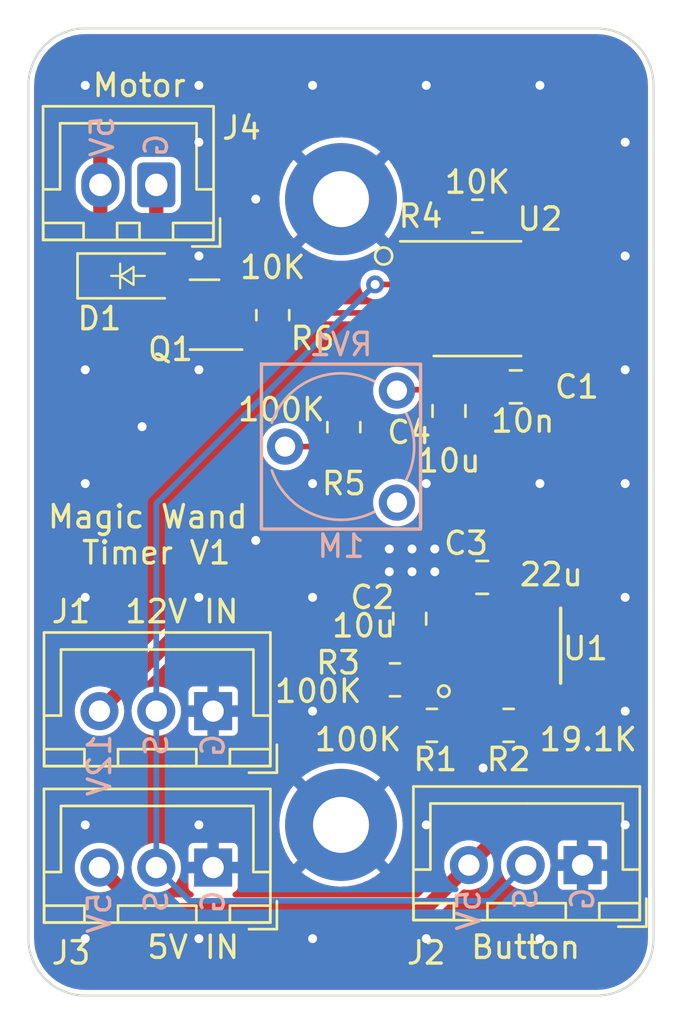
<source format=kicad_pcb>
(kicad_pcb (version 20211014) (generator pcbnew)
  (layers (0 "F.Cu" signal) (31 "B.Cu" signal) (34 "B.Paste" user) (35 "F.Paste" user) (36 "B.SilkS" user "B.Silkscreen") (37 "F.SilkS" user "F.Silkscreen") (38 "B.Mask" user) (39 "F.Mask" user) (44 "Edge.Cuts" user))
  (net 0 "")
  (net 1 "GND")
  (net 2 "Net-(C1-Pad2)")
  (net 3 "+12V")
  (net 4 "+5V")
  (net 5 "Net-(C4-Pad1)")
  (net 6 "Net-(D1-Pad2)")
  (net 7 "Trigger")
  (net 8 "Output")
  (net 9 "Net-(R1-Pad2)")
  (net 10 "Net-(R2-Pad2)")
  (net 11 "Net-(R3-Pad1)")
  (net 12 "Net-(R5-Pad2)")
  (net 15 "Net-(U1-Pad4)")
  (footprint "Useful Modifications:JST_XH_B3B-XH-A_1x03_P2.54mm_Vertical" (layer "F.Cu") (at 177.165 121.175 180)
    (fp_text reference "J2" (at 6.985 -3.92) (layer "F.SilkS"))
    (fp_text value "Conn_01x03")
    (fp_line (start 7.56 -2.46) (end -2.56 -2.46) (layer "F.SilkS") (width 0.12))
    (fp_line (start 5.75 -1.7) (end 7.55 -1.7) (layer "F.SilkS") (width 0.12))
    (fp_line (start -2.85 -2.75) (end -2.85 -1.5) (layer "F.SilkS") (width 0.12))
    (fp_line (start -1.8 2.75) (end 2.5 2.75) (layer "F.SilkS") (width 0.12))
    (fp_line (start 7.56 3.51) (end 7.56 -2.46) (layer "F.SilkS") (width 0.12))
    (fp_line (start 4.25 -2.45) (end 0.75 -2.45) (layer "F.SilkS") (width 0.12))
    (fp_line (start 7.55 -2.45) (end 5.75 -2.45) (layer "F.SilkS") (width 0.12))
    (fp_line (start -2.56 -2.46) (end -2.56 3.51) (layer "F.SilkS") (width 0.12))
    (fp_line (start 6.8 2.75) (end 2.5 2.75) (layer "F.SilkS") (width 0.12))
    (fp_line (start -0.75 -1.7) (end -0.75 -2.45) (layer "F.SilkS") (width 0.12))
    (fp_line (start -1.8 -0.2) (end -1.8 2.75) (layer "F.SilkS") (width 0.12))
    (fp_line (start -2.55 -0.2) (end -1.8 -0.2) (layer "F.SilkS") (width 0.12))
    (fp_line (start 6.8 -0.2) (end 6.8 2.75) (layer "F.SilkS") (width 0.12))
    (fp_line (start 5.75 -2.45) (end 5.75 -1.7) (layer "F.SilkS") (width 0.12))
    (fp_line (start 4.25 -1.7) (end 4.25 -2.45) (layer "F.SilkS") (width 0.12))
    (fp_line (start 0.75 -2.45) (end 0.75 -1.7) (layer "F.SilkS") (width 0.12))
    (fp_line (start 7.55 -1.7) (end 7.55 -2.45) (layer "F.SilkS") (width 0.12))
    (fp_line (start -0.75 -2.45) (end -2.55 -2.45) (layer "F.SilkS") (width 0.12))
    (fp_line (start -2.55 -1.7) (end -0.75 -1.7) (layer "F.SilkS") (width 0.12))
    (fp_line (start 0.75 -1.7) (end 4.25 -1.7) (layer "F.SilkS") (width 0.12))
    (fp_line (start -1.6 -2.75) (end -2.85 -2.75) (layer "F.SilkS") (width 0.12))
    (fp_line (start -2.55 -2.45) (end -2.55 -1.7) (layer "F.SilkS") (width 0.12))
    (fp_line (start 7.55 -0.2) (end 6.8 -0.2) (layer "F.SilkS") (width 0.12))
    (fp_line (start -2.56 3.51) (end 7.56 3.51) (layer "F.SilkS") (width 0.12))
    (pad "1" thru_hole rect locked (at 0 0 180) (size 1.7 1.7) (drill 0.95) (layers *.Cu *.Mask) (net 1 "GND"))
    (pad "2" thru_hole oval locked (at 2.54 0 180) (size 1.7 1.7) (drill 0.95) (layers *.Cu *.Mask) (net 7 "Trigger"))
    (pad "3" thru_hole oval locked (at 5.08 0 180) (size 1.7 1.7) (drill 0.95) (layers *.Cu *.Mask) (net 4 "+5V"))
  )
  (footprint "Capacitor_SMD:C_0805_2012Metric" (layer "F.Cu") (at 171.196 100.899 -90)
    (fp_text reference "C4" (at 0.955 1.778 180) (layer "F.SilkS"))
    (fp_text value "10uF")
    (fp_line (start -0.261252 0.735) (end 0.261252 0.735) (layer "F.SilkS") (width 0.12))
    (fp_line (start -0.261252 -0.735) (end 0.261252 -0.735) (layer "F.SilkS") (width 0.12))
    (pad "1" smd roundrect (at -0.95 0 270) (size 1 1.45) (layers "F.Cu" "F.Paste" "F.Mask") (net 5 "Net-(C4-Pad1)"))
    (pad "2" smd roundrect (at 0.95 0 270) (size 1 1.45) (layers "F.Cu" "F.Paste" "F.Mask") (net 1 "GND"))
  )
  (footprint "Package_TO_SOT_SMD:SOT-23" (layer "F.Cu") (at 160.274 96.599 180)
    (fp_text reference "Q1" (at 1.524 -1.5475 180) (layer "F.SilkS"))
    (fp_text value "AS2302")
    (fp_line (start 0 -1.56) (end 0.65 -1.56) (layer "F.SilkS") (width 0.12))
    (fp_line (start 0 -1.56) (end -1.675 -1.56) (layer "F.SilkS") (width 0.12))
    (fp_line (start 0 1.56) (end 0.65 1.56) (layer "F.SilkS") (width 0.12))
    (fp_line (start 0 1.56) (end -0.65 1.56) (layer "F.SilkS") (width 0.12))
    (pad "1" smd roundrect (at -0.9375 -0.95 180) (size 1.475 0.6) (layers "F.Cu" "F.Paste" "F.Mask") (net 8 "Output"))
    (pad "2" smd roundrect (at -0.9375 0.95 180) (size 1.475 0.6) (layers "F.Cu" "F.Paste" "F.Mask") (net 1 "GND"))
    (pad "3" smd roundrect (at 0.9375 0 180) (size 1.475 0.6) (layers "F.Cu" "F.Paste" "F.Mask") (net 6 "Net-(D1-Pad2)"))
  )
  (footprint "MountingHole:MountingHole_2.5mm_Pad" (layer "F.Cu") (at 166.37 91.44)
    (fp_text reference "H2" hide)
    (fp_text value "MountingHole_Pad")
    (pad "1" thru_hole circle (at 0 0) (size 5 5) (drill 2.5) (layers *.Cu *.Mask) (net 1 "GND"))
  )
  (footprint "Useful Modifications:JST_XH_B3B-XH-A_1x03_P2.54mm_Vertical" (layer "F.Cu") (at 160.655 121.285 180)
    (fp_text reference "J3" (at 6.35 -3.81) (layer "F.SilkS"))
    (fp_text value "Conn_01x03")
    (fp_line (start 4.25 -2.45) (end 0.75 -2.45) (layer "F.SilkS") (width 0.12))
    (fp_line (start 7.55 -2.45) (end 5.75 -2.45) (layer "F.SilkS") (width 0.12))
    (fp_line (start -2.55 -2.45) (end -2.55 -1.7) (layer "F.SilkS") (width 0.12))
    (fp_line (start -2.55 -1.7) (end -0.75 -1.7) (layer "F.SilkS") (width 0.12))
    (fp_line (start 7.55 -1.7) (end 7.55 -2.45) (layer "F.SilkS") (width 0.12))
    (fp_line (start -1.8 -0.2) (end -1.8 2.75) (layer "F.SilkS") (width 0.12))
    (fp_line (start -2.56 3.51) (end 7.56 3.51) (layer "F.SilkS") (width 0.12))
    (fp_line (start 4.25 -1.7) (end 4.25 -2.45) (layer "F.SilkS") (width 0.12))
    (fp_line (start -0.75 -2.45) (end -2.55 -2.45) (layer "F.SilkS") (width 0.12))
    (fp_line (start -1.6 -2.75) (end -2.85 -2.75) (layer "F.SilkS") (width 0.12))
    (fp_line (start 0.75 -2.45) (end 0.75 -1.7) (layer "F.SilkS") (width 0.12))
    (fp_line (start -2.85 -2.75) (end -2.85 -1.5) (layer "F.SilkS") (width 0.12))
    (fp_line (start -2.56 -2.46) (end -2.56 3.51) (layer "F.SilkS") (width 0.12))
    (fp_line (start 7.55 -0.2) (end 6.8 -0.2) (layer "F.SilkS") (width 0.12))
    (fp_line (start 5.75 -2.45) (end 5.75 -1.7) (layer "F.SilkS") (width 0.12))
    (fp_line (start -1.8 2.75) (end 2.5 2.75) (layer "F.SilkS") (width 0.12))
    (fp_line (start 7.56 3.51) (end 7.56 -2.46) (layer "F.SilkS") (width 0.12))
    (fp_line (start 6.8 -0.2) (end 6.8 2.75) (layer "F.SilkS") (width 0.12))
    (fp_line (start 5.75 -1.7) (end 7.55 -1.7) (layer "F.SilkS") (width 0.12))
    (fp_line (start 0.75 -1.7) (end 4.25 -1.7) (layer "F.SilkS") (width 0.12))
    (fp_line (start -2.55 -0.2) (end -1.8 -0.2) (layer "F.SilkS") (width 0.12))
    (fp_line (start 6.8 2.75) (end 2.5 2.75) (layer "F.SilkS") (width 0.12))
    (fp_line (start 7.56 -2.46) (end -2.56 -2.46) (layer "F.SilkS") (width 0.12))
    (fp_line (start -0.75 -1.7) (end -0.75 -2.45) (layer "F.SilkS") (width 0.12))
    (pad "1" thru_hole rect locked (at 0 0 180) (size 1.7 1.7) (drill 0.95) (layers *.Cu *.Mask) (net 1 "GND"))
    (pad "2" thru_hole oval locked (at 2.54 0 180) (size 1.7 1.7) (drill 0.95) (layers *.Cu *.Mask) (net 7 "Trigger"))
    (pad "3" thru_hole oval locked (at 5.08 0 180) (size 1.7 1.7) (drill 0.95) (layers *.Cu *.Mask) (net 4 "+5V"))
  )
  (footprint "Resistor_SMD:R_0805_2012Metric" (layer "F.Cu") (at 166.497 101.6235 -90)
    (fp_text reference "R5" (at 2.5165 0 180) (layer "F.SilkS"))
    (fp_text value "100K")
    (fp_line (start -0.227064 -0.735) (end 0.227064 -0.735) (layer "F.SilkS") (width 0.12))
    (fp_line (start -0.227064 0.735) (end 0.227064 0.735) (layer "F.SilkS") (width 0.12))
    (pad "1" smd roundrect (at -0.9125 0 270) (size 1.025 1.4) (layers "F.Cu" "F.Paste" "F.Mask") (roundrect_rratio 0.243902439) (net 4 "+5V"))
    (pad "2" smd roundrect (at 0.9125 0 270) (size 1.025 1.4) (layers "F.Cu" "F.Paste" "F.Mask") (roundrect_rratio 0.243902439) (net 12 "Net-(R5-Pad2)"))
  )
  (footprint "Resistor_SMD:R_0805_2012Metric" (layer "F.Cu") (at 173.863 114.935)
    (fp_text reference "R2" (at 0 1.524) (layer "F.SilkS"))
    (fp_text value "19.1K")
    (fp_line (start -0.227064 -0.735) (end 0.227064 -0.735) (layer "F.SilkS") (width 0.12))
    (fp_line (start -0.227064 0.735) (end 0.227064 0.735) (layer "F.SilkS") (width 0.12))
    (pad "1" smd roundrect (at -0.9125 0) (size 1.025 1.4) (layers "F.Cu" "F.Paste" "F.Mask") (roundrect_rratio 0.243902439) (net 9 "Net-(R1-Pad2)"))
    (pad "2" smd roundrect (at 0.9125 0) (size 1.025 1.4) (layers "F.Cu" "F.Paste" "F.Mask") (roundrect_rratio 0.243902439) (net 10 "Net-(R2-Pad2)"))
  )
  (footprint "Diode_SMD:D_SOD-123" (layer "F.Cu") (at 156.845 94.869)
    (fp_text reference "D1" (at -1.271 1.905) (layer "F.SilkS"))
    (fp_text value "1N4448W")
    (fp_line (start -0.346001 0) (end -0.346001 0.55) (layer "F.SilkS") (width 0.1))
    (fp_line (start -2.25 -1) (end -2.25 1) (layer "F.SilkS") (width 0.12))
    (fp_line (start -0.346001 0) (end -0.346001 -0.55) (layer "F.SilkS") (width 0.1))
    (fp_line (start -2.25 -1) (end 1.65 -1) (layer "F.SilkS") (width 0.12))
    (fp_line (start -0.746001 0) (end -0.346001 0) (layer "F.SilkS") (width 0.1))
    (fp_line (start -0.346001 0) (end 0.254 -0.4) (layer "F.SilkS") (width 0.1))
    (fp_line (start 0.254 -0.4) (end 0.254 0.4) (layer "F.SilkS") (width 0.1))
    (fp_line (start 0.254 0) (end 0.753999 0) (layer "F.SilkS") (width 0.1))
    (fp_line (start -2.25 1) (end 1.65 1) (layer "F.SilkS") (width 0.12))
    (fp_line (start 0.254 0.4) (end -0.346001 0) (layer "F.SilkS") (width 0.1))
    (pad "1" smd rect (at -1.65 0) (size 0.9 1.2) (layers "F.Cu" "F.Paste" "F.Mask") (net 4 "+5V"))
    (pad "2" smd rect (at 1.65 0) (size 0.9 1.2) (layers "F.Cu" "F.Paste" "F.Mask") (net 6 "Net-(D1-Pad2)"))
  )
  (footprint "Resistor_SMD:R_0805_2012Metric" (layer "F.Cu") (at 163.322 96.6225 90)
    (fp_text reference "R6" (at -1.0405 1.778 180) (layer "F.SilkS"))
    (fp_text value "10K")
    (fp_line (start -0.227064 0.735) (end 0.227064 0.735) (layer "F.SilkS") (width 0.12))
    (fp_line (start -0.227064 -0.735) (end 0.227064 -0.735) (layer "F.SilkS") (width 0.12))
    (pad "1" smd roundrect (at -0.9125 0 90) (size 1.025 1.4) (layers "F.Cu" "F.Paste" "F.Mask") (roundrect_rratio 0.243902439) (net 8 "Output"))
    (pad "2" smd roundrect (at 0.9125 0 90) (size 1.025 1.4) (layers "F.Cu" "F.Paste" "F.Mask") (roundrect_rratio 0.243902439) (net 1 "GND"))
  )
  (footprint "Useful Modifications:JST_XH_B3B-XH-A_1x03_P2.54mm_Vertical" (layer "F.Cu") (at 160.655 114.3 180)
    (fp_text reference "J1" (at 6.35 4.445) (layer "F.SilkS"))
    (fp_text value "Conn_01x03")
    (fp_line (start -0.75 -1.7) (end -0.75 -2.45) (layer "F.SilkS") (width 0.12))
    (fp_line (start 7.55 -1.7) (end 7.55 -2.45) (layer "F.SilkS") (width 0.12))
    (fp_line (start 7.55 -0.2) (end 6.8 -0.2) (layer "F.SilkS") (width 0.12))
    (fp_line (start 7.55 -2.45) (end 5.75 -2.45) (layer "F.SilkS") (width 0.12))
    (fp_line (start -2.56 -2.46) (end -2.56 3.51) (layer "F.SilkS") (width 0.12))
    (fp_line (start -2.55 -2.45) (end -2.55 -1.7) (layer "F.SilkS") (width 0.12))
    (fp_line (start 4.25 -2.45) (end 0.75 -2.45) (layer "F.SilkS") (width 0.12))
    (fp_line (start -2.55 -0.2) (end -1.8 -0.2) (layer "F.SilkS") (width 0.12))
    (fp_line (start -2.55 -1.7) (end -0.75 -1.7) (layer "F.SilkS") (width 0.12))
    (fp_line (start -1.6 -2.75) (end -2.85 -2.75) (layer "F.SilkS") (width 0.12))
    (fp_line (start -2.85 -2.75) (end -2.85 -1.5) (layer "F.SilkS") (width 0.12))
    (fp_line (start -0.75 -2.45) (end -2.55 -2.45) (layer "F.SilkS") (width 0.12))
    (fp_line (start 6.8 -0.2) (end 6.8 2.75) (layer "F.SilkS") (width 0.12))
    (fp_line (start 7.56 3.51) (end 7.56 -2.46) (layer "F.SilkS") (width 0.12))
    (fp_line (start 0.75 -2.45) (end 0.75 -1.7) (layer "F.SilkS") (width 0.12))
    (fp_line (start 5.75 -2.45) (end 5.75 -1.7) (layer "F.SilkS") (width 0.12))
    (fp_line (start 4.25 -1.7) (end 4.25 -2.45) (layer "F.SilkS") (width 0.12))
    (fp_line (start 6.8 2.75) (end 2.5 2.75) (layer "F.SilkS") (width 0.12))
    (fp_line (start 5.75 -1.7) (end 7.55 -1.7) (layer "F.SilkS") (width 0.12))
    (fp_line (start -1.8 -0.2) (end -1.8 2.75) (layer "F.SilkS") (width 0.12))
    (fp_line (start -2.56 3.51) (end 7.56 3.51) (layer "F.SilkS") (width 0.12))
    (fp_line (start 0.75 -1.7) (end 4.25 -1.7) (layer "F.SilkS") (width 0.12))
    (fp_line (start -1.8 2.75) (end 2.5 2.75) (layer "F.SilkS") (width 0.12))
    (fp_line (start 7.56 -2.46) (end -2.56 -2.46) (layer "F.SilkS") (width 0.12))
    (pad "1" thru_hole rect locked (at 0 0 180) (size 1.7 1.7) (drill 0.95) (layers *.Cu *.Mask) (net 1 "GND"))
    (pad "2" thru_hole oval locked (at 2.54 0 180) (size 1.7 1.7) (drill 0.95) (layers *.Cu *.Mask) (net 7 "Trigger"))
    (pad "3" thru_hole oval locked (at 5.08 0 180) (size 1.7 1.7) (drill 0.95) (layers *.Cu *.Mask) (net 3 "+12V"))
  )
  (footprint "Connector_JST:JST_XH_B2B-XH-A_1x02_P2.50mm_Vertical" (layer "F.Cu") (at 158.115 90.805 180)
    (fp_text reference "J4" (at -3.81 2.54) (layer "F.SilkS"))
    (fp_text value "Conn_01x02")
    (fp_line (start 4.3 2.75) (end 1.25 2.75) (layer "F.SilkS") (width 0.12))
    (fp_line (start 0.75 -1.7) (end 1.75 -1.7) (layer "F.SilkS") (width 0.12))
    (fp_line (start 5.05 -2.45) (end 3.25 -2.45) (layer "F.SilkS") (width 0.12))
    (fp_line (start -1.6 -2.75) (end -2.85 -2.75) (layer "F.SilkS") (width 0.12))
    (fp_line (start -1.8 -0.2) (end -1.8 2.75) (layer "F.SilkS") (width 0.12))
    (fp_line (start 5.05 -0.2) (end 4.3 -0.2) (layer "F.SilkS") (width 0.12))
    (fp_line (start -0.75 -1.7) (end -0.75 -2.45) (layer "F.SilkS") (width 0.12))
    (fp_line (start 5.05 -1.7) (end 5.05 -2.45) (layer "F.SilkS") (width 0.12))
    (fp_line (start -1.8 2.75) (end 1.25 2.75) (layer "F.SilkS") (width 0.12))
    (fp_line (start -2.55 -2.45) (end -2.55 -1.7) (layer "F.SilkS") (width 0.12))
    (fp_line (start 4.3 -0.2) (end 4.3 2.75) (layer "F.SilkS") (width 0.12))
    (fp_line (start 0.75 -2.45) (end 0.75 -1.7) (layer "F.SilkS") (width 0.12))
    (fp_line (start 3.25 -1.7) (end 5.05 -1.7) (layer "F.SilkS") (width 0.12))
    (fp_line (start -2.56 -2.46) (end -2.56 3.51) (layer "F.SilkS") (width 0.12))
    (fp_line (start 5.06 3.51) (end 5.06 -2.46) (layer "F.SilkS") (width 0.12))
    (fp_line (start 1.75 -2.45) (end 0.75 -2.45) (layer "F.SilkS") (width 0.12))
    (fp_line (start 5.06 -2.46) (end -2.56 -2.46) (layer "F.SilkS") (width 0.12))
    (fp_line (start -0.75 -2.45) (end -2.55 -2.45) (layer "F.SilkS") (width 0.12))
    (fp_line (start -2.55 -1.7) (end -0.75 -1.7) (layer "F.SilkS") (width 0.12))
    (fp_line (start -2.85 -2.75) (end -2.85 -1.5) (layer "F.SilkS") (width 0.12))
    (fp_line (start -2.55 -0.2) (end -1.8 -0.2) (layer "F.SilkS") (width 0.12))
    (fp_line (start 1.75 -1.7) (end 1.75 -2.45) (layer "F.SilkS") (width 0.12))
    (fp_line (start 3.25 -2.45) (end 3.25 -1.7) (layer "F.SilkS") (width 0.12))
    (fp_line (start -2.56 3.51) (end 5.06 3.51) (layer "F.SilkS") (width 0.12))
    (pad "1" thru_hole roundrect (at 0 0 180) (size 1.7 2) (drill 1) (layers *.Cu *.Mask) (roundrect_rratio 0.1470588235) (net 6 "Net-(D1-Pad2)"))
    (pad "2" thru_hole oval (at 2.5 0 180) (size 1.7 2) (drill 1) (layers *.Cu *.Mask) (net 4 "+5V"))
  )
  (footprint "Capacitor_SMD:C_0805_2012Metric" (layer "F.Cu") (at 172.6825 108.331 180)
    (fp_text reference "C3" (at 0.7245 1.524) (layer "F.SilkS"))
    (fp_text value "22uF")
    (fp_line (start -0.261252 0.735) (end 0.261252 0.735) (layer "F.SilkS") (width 0.12))
    (fp_line (start -0.261252 -0.735) (end 0.261252 -0.735) (layer "F.SilkS") (width 0.12))
    (pad "1" smd roundrect (at -0.95 0 180) (size 1 1.45) (layers "F.Cu" "F.Paste" "F.Mask") (net 4 "+5V"))
    (pad "2" smd roundrect (at 0.95 0 180) (size 1 1.45) (layers "F.Cu" "F.Paste" "F.Mask") (net 1 "GND"))
  )
  (footprint "Useful Modifications:QFN3p0x5p0x1p6_MPM3610_MNP" (layer "F.Cu") (at 173.505495 111.379 90)
    (fp_text reference "U1" (at -0.127 3.786505 unlocked) (layer "F.SilkS"))
    (fp_text value "MPM3610GQV-Z")
    (fp_line (start 1.6764 2.6797) (end -1.6764 2.6797) (layer "F.SilkS") (width 0.1524))
    (fp_circle (center -2.032 -2.54) (end -1.778 -2.54) (layer "F.SilkS") (width 0.12) (fill none))
    (pad "1" smd rect (at -1.394 -1.55 90) (size 0.8128 0.254) (layers "F.Cu" "F.Paste" "F.Mask") (net 9 "Net-(R1-Pad2)"))
    (pad "2" smd rect (at -1.254 -0.900001 90) (size 1.0922 0.3048) (layers "F.Cu" "F.Paste" "F.Mask"))
    (pad "3" smd rect (at -1.254 -0.25 90) (size 1.0922 0.3048) (layers "F.Cu" "F.Paste" "F.Mask") (net 10 "Net-(R2-Pad2)"))
    (pad "4" smd rect (at -1.546 0.4 90) (size 0.508 0.254) (layers "F.Cu" "F.Paste" "F.Mask") (net 15 "Net-(U1-Pad4)"))
    (pad "5" smd rect (at -1.546 1.250001 90) (size 0.508 0.254) (layers "F.Cu" "F.Paste" "F.Mask") (net 15 "Net-(U1-Pad4)"))
    (pad "6" smd rect (at -1.546 2.1 90) (size 0.508 0.254) (layers "F.Cu" "F.Paste" "F.Mask") (net 15 "Net-(U1-Pad4)"))
    (pad "7" smd rect (at -1 1.25 90) (size 0.584 1.954) (layers "F.Cu" "F.Paste" "F.Mask") (net 15 "Net-(U1-Pad4)"))
    (pad "8" smd rect (at 1.546 2.1 90) (size 0.508 0.254) (layers "F.Cu" "F.Paste" "F.Mask") (net 4 "+5V"))
    (pad "9" smd rect (at 1.546 1.250001 90) (size 0.508 0.254) (layers "F.Cu" "F.Paste" "F.Mask") (net 4 "+5V"))
    (pad "10" smd rect (at 1.546 0.4 90) (size 0.508 0.254) (layers "F.Cu" "F.Paste" "F.Mask") (net 4 "+5V"))
    (pad "11" smd rect (at 1 1.25 90) (size 0.584 1.954) (layers "F.Cu" "F.Paste" "F.Mask") (net 4 "+5V"))
    (pad "12" smd rect (at 1.254 -0.25 90) (size 1.0922 0.3048) (layers "F.Cu" "F.Paste" "F.Mask"))
    (pad "13" smd rect (at 1.254 -0.900001 90) (size 1.0922 0.3048) (layers "F.Cu" "F.Paste" "F.Mask"))
    (pad "14" smd rect (at 1.444 -1.55 90) (size 0.7112 0.254) (layers "F.Cu" "F.Paste" "F.Mask") (net 1 "GND"))
    (pad "15" smd rect (at 1.25 -2.444 180) (size 0.7112 0.254) (layers "F.Cu" "F.Paste" "F.Mask") (net 1 "GND"))
    (pad "16" smd rect (at 0.750001 -2.444 180) (size 0.7112 0.254) (layers "F.Cu" "F.Paste" "F.Mask") (net 1 "GND"))
    (pad "17" smd rect (at 0.25 -2.254 180) (size 1.0922 0.3048) (layers "F.Cu" "F.Paste" "F.Mask"))
    (pad "18" smd rect (at -0.25 -2.254 180) (size 1.0922 0.3048) (layers "F.Cu" "F.Paste" "F.Mask") (net 3 "+12V"))
    (pad "19" smd rect (at -0.750001 -2.444 180) (size 0.7112 0.254) (layers "F.Cu" "F.Paste" "F.Mask") (net 11 "Net-(R3-Pad1)"))
    (pad "20" smd rect (at -1.25 -2.444 180) (size 0.7112 0.254) (layers "F.Cu" "F.Paste" "F.Mask"))
    (pad "21" smd rect (at -0.25 -0.575 90) (size 0.254 0.4064) (layers "F.Cu" "F.Paste" "F.Mask"))
    (pad "22" smd rect (at 0.25 -0.575 90) (size 0.254 0.4064) (layers "F.Cu" "F.Paste" "F.Mask"))
    (zone (net 0) (net_name "") (layer "F.Cu") (connect_pads (clearance 0)) (min_thickness 0.254)
      (keepout (tracks not_allowed) (vias not_allowed) (pads allowed) (copperpour not_allowed) (footprints allowed))
      (fill (thermal_gap 0.508) (thermal_bridge_width 0.508))
      (polygon (pts (xy 172.5355 110.803995) (xy 172.5355 111.954005) (xy 173.32549 111.954005) (xy 173.32549 110.803995)))
    )
  )
  (footprint "Capacitor_SMD:C_0805_2012Metric" (layer "F.Cu") (at 174.183 99.822)
    (fp_text reference "C1" (at 2.728 0) (layer "F.SilkS"))
    (fp_text value "10nF")
    (fp_line (start -0.261252 0.735) (end 0.261252 0.735) (layer "F.SilkS") (width 0.12))
    (fp_line (start -0.261252 -0.735) (end 0.261252 -0.735) (layer "F.SilkS") (width 0.12))
    (pad "1" smd roundrect (at -0.95 0) (size 1 1.45) (layers "F.Cu" "F.Paste" "F.Mask") (net 1 "GND"))
    (pad "2" smd roundrect (at 0.95 0) (size 1 1.45) (layers "F.Cu" "F.Paste" "F.Mask") (net 2 "Net-(C1-Pad2)"))
  )
  (footprint "Package_SO:SOIC-8_3.9x4.9mm_P1.27mm" (layer "F.Cu") (at 172.466 95.885)
    (fp_text reference "U2" (at 2.794 -3.556) (layer "F.SilkS"))
    (fp_text value "NE555D")
    (fp_line (start 0 2.56) (end -1.95 2.56) (layer "F.SilkS") (width 0.12))
    (fp_line (start 0 -2.56) (end 1.95 -2.56) (layer "F.SilkS") (width 0.12))
    (fp_line (start 0 -2.56) (end -3.45 -2.56) (layer "F.SilkS") (width 0.12))
    (fp_line (start 0 2.56) (end 1.95 2.56) (layer "F.SilkS") (width 0.12))
    (fp_circle (center -4.191 -1.905) (end -3.81 -1.905) (layer "F.SilkS") (width 0.12) (fill none))
    (pad "1" smd roundrect (at -2.475 -1.905) (size 1.95 0.6) (layers "F.Cu" "F.Paste" "F.Mask") (net 1 "GND"))
    (pad "2" smd roundrect (at -2.475 -0.635) (size 1.95 0.6) (layers "F.Cu" "F.Paste" "F.Mask") (net 7 "Trigger"))
    (pad "3" smd roundrect (at -2.475 0.635) (size 1.95 0.6) (layers "F.Cu" "F.Paste" "F.Mask") (net 8 "Output"))
    (pad "4" smd roundrect (at -2.475 1.905) (size 1.95 0.6) (layers "F.Cu" "F.Paste" "F.Mask") (net 4 "+5V"))
    (pad "5" smd roundrect (at 2.475 1.905) (size 1.95 0.6) (layers "F.Cu" "F.Paste" "F.Mask") (net 2 "Net-(C1-Pad2)"))
    (pad "6" smd roundrect (at 2.475 0.635) (size 1.95 0.6) (layers "F.Cu" "F.Paste" "F.Mask") (net 5 "Net-(C4-Pad1)"))
    (pad "7" smd roundrect (at 2.475 -0.635) (size 1.95 0.6) (layers "F.Cu" "F.Paste" "F.Mask") (net 5 "Net-(C4-Pad1)"))
    (pad "8" smd roundrect (at 2.475 -1.905) (size 1.95 0.6) (layers "F.Cu" "F.Paste" "F.Mask") (net 4 "+5V"))
  )
  (footprint "Resistor_SMD:R_0805_2012Metric" (layer "F.Cu") (at 168.783 112.903 180)
    (fp_text reference "R3" (at 2.54 0.762) (layer "F.SilkS"))
    (fp_text value "100K")
    (fp_line (start -0.227064 0.735) (end 0.227064 0.735) (layer "F.SilkS") (width 0.12))
    (fp_line (start -0.227064 -0.735) (end 0.227064 -0.735) (layer "F.SilkS") (width 0.12))
    (pad "1" smd roundrect (at -0.9125 0 180) (size 1.025 1.4) (layers "F.Cu" "F.Paste" "F.Mask") (roundrect_rratio 0.243902439) (net 11 "Net-(R3-Pad1)"))
    (pad "2" smd roundrect (at 0.9125 0 180) (size 1.025 1.4) (layers "F.Cu" "F.Paste" "F.Mask") (roundrect_rratio 0.243902439) (net 3 "+12V"))
  )
  (footprint "MountingHole:MountingHole_2.5mm_Pad" (layer "F.Cu") (at 166.37 119.38)
    (fp_text reference "H1" hide)
    (fp_text value "MountingHole_Pad")
    (pad "1" thru_hole circle (at 0 0) (size 5 5) (drill 2.5) (layers *.Cu *.Mask) (net 1 "GND"))
  )
  (footprint "Resistor_SMD:R_0805_2012Metric" (layer "F.Cu") (at 170.434 114.935)
    (fp_text reference "R1" (at 0.1505 1.524) (layer "F.SilkS"))
    (fp_text value "100K")
    (fp_line (start -0.227064 0.735) (end 0.227064 0.735) (layer "F.SilkS") (width 0.12))
    (fp_line (start -0.227064 -0.735) (end 0.227064 -0.735) (layer "F.SilkS") (width 0.12))
    (pad "1" smd roundrect (at -0.9125 0) (size 1.025 1.4) (layers "F.Cu" "F.Paste" "F.Mask") (roundrect_rratio 0.243902439) (net 4 "+5V"))
    (pad "2" smd roundrect (at 0.9125 0) (size 1.025 1.4) (layers "F.Cu" "F.Paste" "F.Mask") (roundrect_rratio 0.243902439) (net 9 "Net-(R1-Pad2)"))
  )
  (footprint "Resistor_SMD:R_0805_2012Metric" (layer "F.Cu") (at 172.466 92.202 180)
    (fp_text reference "R4" (at 2.54 0) (layer "F.SilkS"))
    (fp_text value "10K")
    (fp_line (start -0.227064 -0.735) (end 0.227064 -0.735) (layer "F.SilkS") (width 0.12))
    (fp_line (start -0.227064 0.735) (end 0.227064 0.735) (layer "F.SilkS") (width 0.12))
    (pad "1" smd roundrect (at -0.9125 0 180) (size 1.025 1.4) (layers "F.Cu" "F.Paste" "F.Mask") (roundrect_rratio 0.243902439) (net 4 "+5V"))
    (pad "2" smd roundrect (at 0.9125 0 180) (size 1.025 1.4) (layers "F.Cu" "F.Paste" "F.Mask") (roundrect_rratio 0.243902439) (net 7 "Trigger"))
  )
  (footprint "Capacitor_SMD:C_0805_2012Metric" (layer "F.Cu") (at 169.4415 110.175 90)
    (fp_text reference "C2" (at 0.955 -1.6745 180) (layer "F.SilkS"))
    (fp_text value "10uF")
    (fp_line (start -0.261252 0.735) (end 0.261252 0.735) (layer "F.SilkS") (width 0.12))
    (fp_line (start -0.261252 -0.735) (end 0.261252 -0.735) (layer "F.SilkS") (width 0.12))
    (pad "1" smd roundrect (at -0.95 0 90) (size 1 1.45) (layers "F.Cu" "F.Paste" "F.Mask") (net 3 "+12V"))
    (pad "2" smd roundrect (at 0.95 0 90) (size 1 1.45) (layers "F.Cu" "F.Paste" "F.Mask") (net 1 "GND"))
  )
  (footprint "Potentiometer_THT:Potentiometer_Piher_PT-6-V_Vertical" (layer "B.Cu") (at 168.87 104.989 180)
    (fp_text reference "RV1" (at 2.5 7.06) (layer "B.SilkS") (effects (justify mirror)))
    (fp_text value "1M")
    (fp_arc (start 1.015 -0.414) (mid 1.764071 -0.686696) (end 2.556863 -0.770075) (layer "B.SilkS") (width 0.12))
    (fp_arc (start 5.592 3.564) (mid 3.725524 5.531609) (end 1.016032 5.413829) (layer "B.SilkS") (width 0.12))
    (fp_arc (start 2.5 -0.77) (mid 4.398899 -0.162158) (end 5.591846 1.435392) (layer "B.SilkS") (width 0.12))
    (fp_arc (start -0.414 3.984) (mid -0.770115 2.499325) (end -0.413387 1.014798) (layer "B.SilkS") (width 0.12))
    (pad "1" thru_hole circle (at 0 0 180) (size 1.62 1.62) (drill 0.9) (layers *.Cu *.Mask))
    (pad "2" thru_hole circle (at 5 2.5 180) (size 1.62 1.62) (drill 0.9) (layers *.Cu *.Mask) (net 12 "Net-(R5-Pad2)"))
    (pad "3" thru_hole circle (at 0 5 180) (size 1.62 1.62) (drill 0.9) (layers *.Cu *.Mask) (net 5 "Net-(C4-Pad1)"))
  )
  (gr_rect (start 162.814 98.806) (end 169.926 106.172) (layer "B.SilkS") (width 0.15) (fill none))
  (gr_line (start 152.4 124.46) (end 152.4 86.36) (layer "Edge.Cuts") (width 0.1))
  (gr_arc (start 154.94 127) (mid 153.143949 126.256051) (end 152.4 124.46) (layer "Edge.Cuts") (width 0.1))
  (gr_arc (start 180.34 124.46) (mid 179.596051 126.256051) (end 177.8 127) (layer "Edge.Cuts") (width 0.1))
  (gr_line (start 177.8 127) (end 154.94 127) (layer "Edge.Cuts") (width 0.1))
  (gr_arc (start 177.8 83.82) (mid 179.596051 84.563949) (end 180.34 86.36) (layer "Edge.Cuts") (width 0.1))
  (gr_arc (start 152.4 86.36) (mid 153.143949 84.563949) (end 154.94 83.82) (layer "Edge.Cuts") (width 0.1))
  (gr_line (start 180.34 86.36) (end 180.34 124.46) (layer "Edge.Cuts") (width 0.1))
  (gr_line (start 177.8 83.82) (end 154.94 83.82) (layer "Edge.Cuts") (width 0.1))
  (gr_text "G" (at 160.655 122.809 90) (layer "B.SilkS") (effects (font (size 1 1)) (justify mirror)))
  (gr_text "1M" (at 166.37 106.934) (layer "B.SilkS") (effects (font (size 1 1)) (justify mirror)))
  (gr_text "12V" (at 155.575 116.713 90) (layer "B.SilkS") (effects (font (size 1 1)) (justify mirror)))
  (gr_text "S" (at 174.625 122.682 90) (layer "B.SilkS") (effects (font (size 1 1)) (justify mirror)))
  (gr_text "5V" (at 155.575 123.317 90) (layer "B.SilkS") (effects (font (size 1 1)) (justify mirror)))
  (gr_text "S" (at 158.115 115.824 90) (layer "B.SilkS") (effects (font (size 1 1)) (justify mirror)))
  (gr_text "S" (at 158.115 122.809 90) (layer "B.SilkS") (effects (font (size 1 1)) (justify mirror)))
  (gr_text "5V" (at 155.702 88.646 90) (layer "B.SilkS") (effects (font (size 1 1)) (justify mirror)))
  (gr_text "G" (at 177.165 122.682 90) (layer "B.SilkS") (effects (font (size 1 1)) (justify mirror)))
  (gr_text "G" (at 160.655 115.824 90) (layer "B.SilkS") (effects (font (size 1 1)) (justify mirror)))
  (gr_text "5V" (at 172.085 123.19 90) (layer "B.SilkS") (effects (font (size 1 1)) (justify mirror)))
  (gr_text "G" (at 158.115 89.027 90) (layer "B.SilkS") (effects (font (size 1 1)) (justify mirror)))
  (gr_text "5V IN" (at 159.766 124.841) (layer "F.SilkS") (effects (font (size 1 1))))
  (gr_text "Magic Wand \nTimer V1" (at 158.115 106.426) (layer "F.SilkS") (effects (font (size 1 1))))
  (gr_text "10u" (at 167.386 110.49) (layer "F.SilkS") (effects (font (size 1 1))))
  (gr_text "Motor" (at 157.353 86.36) (layer "F.SilkS") (effects (font (size 1 1))))
  (gr_text "10u" (at 171.196 103.124) (layer "F.SilkS") (effects (font (size 1 1))))
  (gr_text "10n" (at 174.498 101.346) (layer "F.SilkS") (effects (font (size 1 1))))
  (gr_text "22u" (at 175.768 108.204) (layer "F.SilkS") (effects (font (size 1 1))))
  (gr_text "100K" (at 165.354 113.411) (layer "F.SilkS") (effects (font (size 1 1))))
  (gr_text "100K" (at 163.703 100.838) (layer "F.SilkS") (effects (font (size 1 1))))
  (gr_text "10K" (at 163.322 94.488) (layer "F.SilkS") (effects (font (size 1 1))))
  (gr_text "12V IN" (at 159.258 109.855) (layer "F.SilkS") (effects (font (size 1 1))))
  (gr_text "Button" (at 174.625 124.841) (layer "F.SilkS") (effects (font (size 1 1))))
  (gr_text "19.1K" (at 177.419 115.57) (layer "F.SilkS") (effects (font (size 1 1))))
  (gr_text "10K" (at 172.466 90.678) (layer "F.SilkS") (effects (font (size 1 1))))
  (gr_text "100K" (at 167.132 115.57) (layer "F.SilkS") (effects (font (size 1 1))))
  (segment (start 171.9555 108.554) (end 171.7325 108.331) (width 0.25) (layer "F.Cu") (net 1))
  (via (at 179.07 88.9) (size 0.8) (drill 0.4) (layers "F.Cu" "B.Cu") (net 1))
  (via (at 179.07 114.3) (size 0.8) (drill 0.4) (layers "F.Cu" "B.Cu") (net 1))
  (via (at 179.07 119.38) (size 0.8) (drill 0.4) (layers "F.Cu" "B.Cu") (net 1))
  (via (at 162.56 106.68) (size 0.8) (drill 0.4) (layers "F.Cu" "B.Cu") (net 1))
  (via (at 165.1 124.46) (size 0.8) (drill 0.4) (layers "F.Cu" "B.Cu") (net 1))
  (via (at 160.02 119.38) (size 0.8) (drill 0.4) (layers "F.Cu" "B.Cu") (net 1))
  (via (at 170.18 124.46) (size 0.8) (drill 0.4) (layers "F.Cu" "B.Cu") (net 1))
  (via (at 165.1 104.14) (size 0.8) (drill 0.4) (layers "F.Cu" "B.Cu") (net 1))
  (via (at 170.561 107.061) (size 0.8) (drill 0.4) (layers "F.Cu" "B.Cu") (net 1))
  (via (at 160.02 93.98) (size 0.8) (drill 0.4) (layers "F.Cu" "B.Cu") (net 1))
  (via (at 154.94 124.46) (size 0.8) (drill 0.4) (layers "F.Cu" "B.Cu") (net 1))
  (via (at 168.529 108.077) (size 0.8) (drill 0.4) (layers "F.Cu" "B.Cu") (net 1))
  (via (at 160.02 86.36) (size 0.8) (drill 0.4) (layers "F.Cu" "B.Cu") (net 1))
  (via (at 154.94 99.06) (size 0.8) (drill 0.4) (layers "F.Cu" "B.Cu") (net 1))
  (via (at 170.18 119.38) (size 0.8) (drill 0.4) (layers "F.Cu" "B.Cu") (net 1))
  (via (at 160.02 88.9) (size 0.8) (drill 0.4) (layers "F.Cu" "B.Cu") (net 1))
  (via (at 154.94 86.36) (size 0.8) (drill 0.4) (layers "F.Cu" "B.Cu") (net 1))
  (via (at 175.26 86.36) (size 0.8) (drill 0.4) (layers "F.Cu" "B.Cu") (net 1))
  (via (at 179.07 99.06) (size 0.8) (drill 0.4) (layers "F.Cu" "B.Cu") (net 1))
  (via (at 169.545 108.077) (size 0.8) (drill 0.4) (layers "F.Cu" "B.Cu") (net 1))
  (via (at 179.07 93.98) (size 0.8) (drill 0.4) (layers "F.Cu" "B.Cu") (net 1))
  (via (at 154.94 119.38) (size 0.8) (drill 0.4) (layers "F.Cu" "B.Cu") (net 1))
  (via (at 165.1 109.22) (size 0.8) (drill 0.4) (layers "F.Cu" "B.Cu") (net 1))
  (via (at 160.02 124.46) (size 0.8) (drill 0.4) (layers "F.Cu" "B.Cu") (net 1))
  (via (at 154.94 109.22) (size 0.8) (drill 0.4) (layers "F.Cu" "B.Cu") (net 1))
  (via (at 179.07 109.22) (size 0.8) (drill 0.4) (layers "F.Cu" "B.Cu") (net 1))
  (via (at 172.72 116.84) (size 0.8) (drill 0.4) (layers "F.Cu" "B.Cu") (net 1))
  (via (at 175.26 124.46) (size 0.8) (drill 0.4) (layers "F.Cu" "B.Cu") (net 1))
  (via (at 165.1 114.3) (size 0.8) (drill 0.4) (layers "F.Cu" "B.Cu") (net 1))
  (via (at 162.56 91.44) (size 0.8) (drill 0.4) (layers "F.Cu" "B.Cu") (net 1))
  (via (at 179.07 104.14) (size 0.8) (drill 0.4) (layers "F.Cu" "B.Cu") (net 1))
  (via (at 160.02 109.22) (size 0.8) (drill 0.4) (layers "F.Cu" "B.Cu") (net 1))
  (via (at 170.561 108.077) (size 0.8) (drill 0.4) (layers "F.Cu" "B.Cu") (net 1))
  (via (at 168.529 107.061) (size 0.8) (drill 0.4) (layers "F.Cu" "B.Cu") (net 1))
  (via (at 170.18 86.36) (size 0.8) (drill 0.4) (layers "F.Cu" "B.Cu") (net 1))
  (via (at 157.48 101.6) (size 0.8) (drill 0.4) (layers "F.Cu" "B.Cu") (net 1))
  (via (at 160.02 99.06) (size 0.8) (drill 0.4) (layers "F.Cu" "B.Cu") (net 1))
  (via (at 165.1 86.36) (size 0.8) (drill 0.4) (layers "F.Cu" "B.Cu") (net 1))
  (via (at 175.26 104.14) (size 0.8) (drill 0.4) (layers "F.Cu" "B.Cu") (net 1))
  (via (at 169.545 107.061) (size 0.8) (drill 0.4) (layers "F.Cu" "B.Cu") (net 1))
  (via (at 170.18 104.14) (size 0.8) (drill 0.4) (layers "F.Cu" "B.Cu") (net 1))
  (via (at 154.94 104.14) (size 0.8) (drill 0.4) (layers "F.Cu" "B.Cu") (net 1))
  (segment (start 174.941 97.79) (end 174.941 99.63) (width 0.254) (layer "F.Cu") (net 2))
  (segment (start 174.941 99.63) (end 175.133 99.822) (width 0.254) (layer "F.Cu") (net 2))
  (segment (start 169.799 111.125) (end 169.4415 111.125) (width 0.25) (layer "F.Cu") (net 3))
  (segment (start 155.575 114.3) (end 158.75 111.125) (width 0.635) (layer "F.Cu") (net 3))
  (segment (start 158.75 111.125) (end 167.259 111.125) (width 0.635) (layer "F.Cu") (net 3))
  (segment (start 155.615 89.241) (end 155.615 90.805) (width 0.635) (layer "F.Cu") (net 4))
  (segment (start 169.991 97.79) (end 168.148 97.79) (width 0.508) (layer "F.Cu") (net 4))
  (segment (start 177.038 108.331) (end 173.6325 108.331) (width 0.635) (layer "F.Cu") (net 4))
  (segment (start 172.085 121.175) (end 172.195 121.175) (width 0.25) (layer "F.Cu") (net 4))
  (segment (start 172.085 121.175) (end 172.093173 121.175) (width 0.25) (layer "F.Cu") (net 4))
  (segment (start 169.5215 114.935) (end 169.5215 115.777) (width 0.254) (layer "F.Cu") (net 4))
  (segment (start 177.038 93.98) (end 177.038 96.012) (width 0.635) (layer "F.Cu") (net 4))
  (segment (start 175.768 118.872) (end 177.038 117.602) (width 0.635) (layer "F.Cu") (net 4))
  (segment (start 174.396173 118.872) (end 175.768 118.872) (width 0.635) (layer "F.Cu") (net 4))
  (segment (start 176.403 93.98) (end 177.038 93.98) (width 0.635) (layer "F.Cu") (net 4))
  (segment (start 155.575 121.285) (end 157.48 123.19) (width 0.635) (layer "F.Cu") (net 4))
  (segment (start 174.117 92.202) (end 174.941 93.026) (width 0.254) (layer "F.Cu") (net 4))
  (segment (start 169.991 97.79) (end 171.45 97.79) (width 0.508) (layer "F.Cu") (net 4))
  (segment (start 166.497 99.441) (end 166.497 100.711) (width 0.508) (layer "F.Cu") (net 4))
  (segment (start 169.5215 115.777) (end 169.8225 116.078) (width 0.254) (layer "F.Cu") (net 4))
  (segment (start 155.615 90.805) (end 155.615 92.67) (width 0.635) (layer "F.Cu") (net 4))
  (segment (start 174.941 93.98) (end 176.403 93.98) (width 0.508) (layer "F.Cu") (net 4))
  (segment (start 172.466 96.774) (end 172.466 95.377) (width 0.508) (layer "F.Cu") (net 4))
  (segment (start 170.07 123.19) (end 172.085 121.175) (width 0.635) (layer "F.Cu") (net 4))
  (segment (start 157.353 87.503) (end 155.615 89.241) (width 0.635) (layer "F.Cu") (net 4))
  (segment (start 177.038 117.602) (end 177.038 108.331) (width 0.635) (layer "F.Cu") (net 4))
  (segment (start 177.038 108.331) (end 177.038 95.885) (width 0.635) (layer "F.Cu") (net 4))
  (segment (start 173.101 87.503) (end 157.353 87.503) (width 0.635) (layer "F.Cu") (net 4))
  (segment (start 173.6325 108.331) (end 173.9055 108.604) (width 0.25) (layer "F.Cu") (net 4))
  (segment (start 174.941 93.026) (end 174.941 93.98) (width 0.254) (layer "F.Cu") (net 4))
  (segment (start 168.148 97.79) (end 166.497 99.441) (width 0.508) (layer "F.Cu") (net 4))
  (segment (start 172.093173 121.175) (end 174.396173 118.872) (width 0.635) (layer "F.Cu") (net 4))
  (segment (start 173.863 93.98) (end 174.941 93.98) (width 0.508) (layer "F.Cu") (net 4))
  (segment (start 169.8225 116.078) (end 176.784 116.078) (width 0.254) (layer "F.Cu") (net 4))
  (segment (start 157.48 123.19) (end 170.07 123.19) (width 0.635) (layer "F.Cu") (net 4))
  (segment (start 155.615 92.67) (end 155.195 93.09) (width 0.635) (layer "F.Cu") (net 4))
  (segment (start 173.3785 92.202) (end 174.117 92.202) (width 0.254) (layer "F.Cu") (net 4))
  (segment (start 172.466 95.377) (end 173.863 93.98) (width 0.508) (layer "F.Cu") (net 4))
  (segment (start 155.195 93.09) (end 155.195 94.869) (width 0.635) (layer "F.Cu") (net 4))
  (segment (start 171.45 97.79) (end 172.466 96.774) (width 0.508) (layer "F.Cu") (net 4))
  (segment (start 177.038 93.98) (end 177.038 91.44) (width 0.635) (layer "F.Cu") (net 4))
  (segment (start 177.038 91.44) (end 173.101 87.503) (width 0.635) (layer "F.Cu") (net 4))
  (segment (start 168.91 99.949) (end 168.87 99.989) (width 0.254) (layer "F.Cu") (net 5))
  (segment (start 173.736 96.52) (end 171.196 99.06) (width 0.254) (layer "F.Cu") (net 5))
  (segment (start 173.355 95.631) (end 173.736 95.25) (width 0.254) (layer "F.Cu") (net 5))
  (segment (start 173.355 96.139) (end 173.355 95.631) (width 0.254) (layer "F.Cu") (net 5))
  (segment (start 171.196 99.06) (end 171.196 99.949) (width 0.254) (layer "F.Cu") (net 5))
  (segment (start 174.941 96.52) (end 173.736 96.52) (width 0.254) (layer "F.Cu") (net 5))
  (segment (start 173.736 96.52) (end 173.355 96.139) (width 0.254) (layer "F.Cu") (net 5))
  (segment (start 171.196 99.949) (end 168.91 99.949) (width 0.254) (layer "F.Cu") (net 5))
  (segment (start 173.736 95.25) (end 174.941 95.25) (width 0.254) (layer "F.Cu") (net 5))
  (segment (start 159.3365 95.7105) (end 158.495 94.869) (width 0.508) (layer "F.Cu") (net 6))
  (segment (start 158.495 93.598) (end 158.495 94.869) (width 0.635) (layer "F.Cu") (net 6))
  (segment (start 158.495 94.869) (end 158.623 94.869) (width 0.635) (layer "F.Cu") (net 6))
  (segment (start 158.115 90.805) (end 158.115 93.218) (width 0.635) (layer "F.Cu") (net 6))
  (segment (start 158.115 93.218) (end 158.495 93.598) (width 0.635) (layer "F.Cu") (net 6))
  (segment (start 159.3365 96.599) (end 159.3365 95.7105) (width 0.508) (layer "F.Cu") (net 6))
  (segment (start 171.5535 94.8925) (end 171.196 95.25) (width 0.254) (layer "F.Cu") (net 7))
  (segment (start 171.5535 92.202) (end 171.5535 94.8925) (width 0.254) (layer "F.Cu") (net 7))
  (segment (start 167.894 95.25) (end 169.991 95.25) (width 0.254) (layer "F.Cu") (net 7))
  (segment (start 171.196 95.25) (end 169.991 95.25) (width 0.254) (layer "F.Cu") (net 7))
  (via (at 167.894 95.25) (size 0.8) (drill 0.4) (layers "F.Cu" "B.Cu") (net 7))
  (segment (start 158.115 105.029) (end 167.894 95.25) (width 0.254) (layer "B.Cu") (net 7))
  (segment (start 174.625 121.175) (end 173.030611 122.769389) (width 0.254) (layer "B.Cu") (net 7))
  (segment (start 158.115 114.3) (end 158.115 105.029) (width 0.254) (layer "B.Cu") (net 7))
  (segment (start 173.030611 122.769389) (end 159.599389 122.769389) (width 0.254) (layer "B.Cu") (net 7))
  (segment (start 159.599389 122.769389) (end 158.115 121.285) (width 0.254) (layer "B.Cu") (net 7))
  (segment (start 158.115 121.285) (end 158.115 114.3) (width 0.254) (layer "B.Cu") (net 7))
  (segment (start 163.322 97.535) (end 161.2255 97.535) (width 0.25) (layer "F.Cu") (net 8))
  (segment (start 164.337 96.52) (end 163.322 97.535) (width 0.25) (layer "F.Cu") (net 8))
  (segment (start 160.7175 97.5595) (end 160.7035 97.5735) (width 0.254) (layer "F.Cu") (net 8))
  (segment (start 161.2255 97.535) (end 161.2115 97.549) (width 0.25) (layer "F.Cu") (net 8))
  (segment (start 169.991 96.52) (end 164.337 96.52) (width 0.25) (layer "F.Cu") (net 8))
  (segment (start 172.9505 114.935) (end 171.3465 114.935) (width 0.254) (layer "F.Cu") (net 9))
  (segment (start 171.9555 114.326) (end 171.3465 114.935) (width 0.254) (layer "F.Cu") (net 9))
  (segment (start 171.9555 112.773) (end 171.9555 114.326) (width 0.254) (layer "F.Cu") (net 9))
  (segment (start 173.2555 113.415) (end 174.7755 114.935) (width 0.254) (layer "F.Cu") (net 10))
  (segment (start 173.2555 112.633) (end 173.2555 113.415) (width 0.254) (layer "F.Cu") (net 10))
  (segment (start 170.469499 112.129001) (end 171.061495 112.129001) (width 0.254) (layer "F.Cu") (net 11))
  (segment (start 169.6955 112.903) (end 170.469499 112.129001) (width 0.254) (layer "F.Cu") (net 11))
  (segment (start 166.45 102.489) (end 163.87 102.489) (width 0.254) (layer "F.Cu") (net 12))
  (segment (start 166.497 102.536) (end 166.45 102.489) (width 0.254) (layer "F.Cu") (net 12))
  (zone (net 15) (net_name "Net-(U1-Pad4)") (layer "F.Cu") (priority 1) (connect_pads yes (clearance 0)) (min_thickness 0.0254) (fill yes (thermal_gap 0) (thermal_bridge_width 0.508))
    (polygon (pts (xy 175.768 113.665) (xy 175.641 113.792) (xy 174.371 113.792) (xy 173.736 113.284) (xy 173.736 112.014) (xy 173.863 111.887) (xy 175.641 111.887) (xy 175.768 112.014)))
  )
  (zone (net 1) (net_name "GND") (layer "F.Cu") (priority 1) (connect_pads yes (clearance 0)) (min_thickness 0.0254) (fill yes (thermal_gap 0) (thermal_bridge_width 0.508))
    (polygon (pts (xy 172.2374 109.093) (xy 172.085 109.22) (xy 172.085 110.617) (xy 171.958 110.7694) (xy 170.688 110.7694) (xy 170.053 110.109) (xy 168.148 110.109) (xy 168.148 106.68) (xy 172.2374 106.68)))
  )
  (zone (net 3) (net_name "+12V") (layer "F.Cu") (priority 1) (connect_pads yes (clearance 0)) (min_thickness 0.0254) (fill yes (thermal_gap 0) (thermal_bridge_width 0.508))
    (polygon (pts (xy 170.18 110.744) (xy 170.18 111.0996) (xy 170.561 111.4806) (xy 170.815 111.4806) (xy 170.815 111.7854) (xy 170.307 111.7854) (xy 170.18 111.887) (xy 168.656 111.887) (xy 168.402 112.141) (xy 168.402 113.538) (xy 168.275 113.665) (xy 167.386 113.665) (xy 167.259 113.538) (xy 167.259 111.633) (xy 167.005 111.379) (xy 167.005 110.871) (xy 167.259 110.617) (xy 170.053 110.617)))
  )
  (zone (net 4) (net_name "+5V") (layer "F.Cu") (priority 1) (connect_pads yes (clearance 0)) (min_thickness 0.0254) (fill yes (thermal_gap 0) (thermal_bridge_width 0.508) (island_removal_mode 1) (island_area_min 0))
    (polygon (pts (xy 176.022 108.077) (xy 176.022 108.585) (xy 175.768 108.839) (xy 175.768 110.744) (xy 175.641 110.871) (xy 173.863 110.871) (xy 173.736 110.744) (xy 173.736 109.601) (xy 173.101 108.966) (xy 173.101 107.696) (xy 173.355 107.442) (xy 175.26 107.442)))
  )
  (zone (net 1) (net_name "GND") (layer "F.Cu") (connect_pads (clearance 0.254)) (min_thickness 0.254) (fill yes (thermal_gap 0.254) (thermal_bridge_width 0.508))
    (polygon (pts (xy 181.61 128.27) (xy 151.13 128.27) (xy 151.13 82.55) (xy 181.61 82.55)))
  )
  (zone (net 1) (net_name "GND") (layer "B.Cu") (connect_pads (clearance 0.254)) (min_thickness 0.254) (fill yes (thermal_gap 0.254) (thermal_bridge_width 0.508))
    (polygon (pts (xy 181.61 128.27) (xy 151.13 128.27) (xy 151.13 82.55) (xy 181.61 82.55)))
  )
)
</source>
